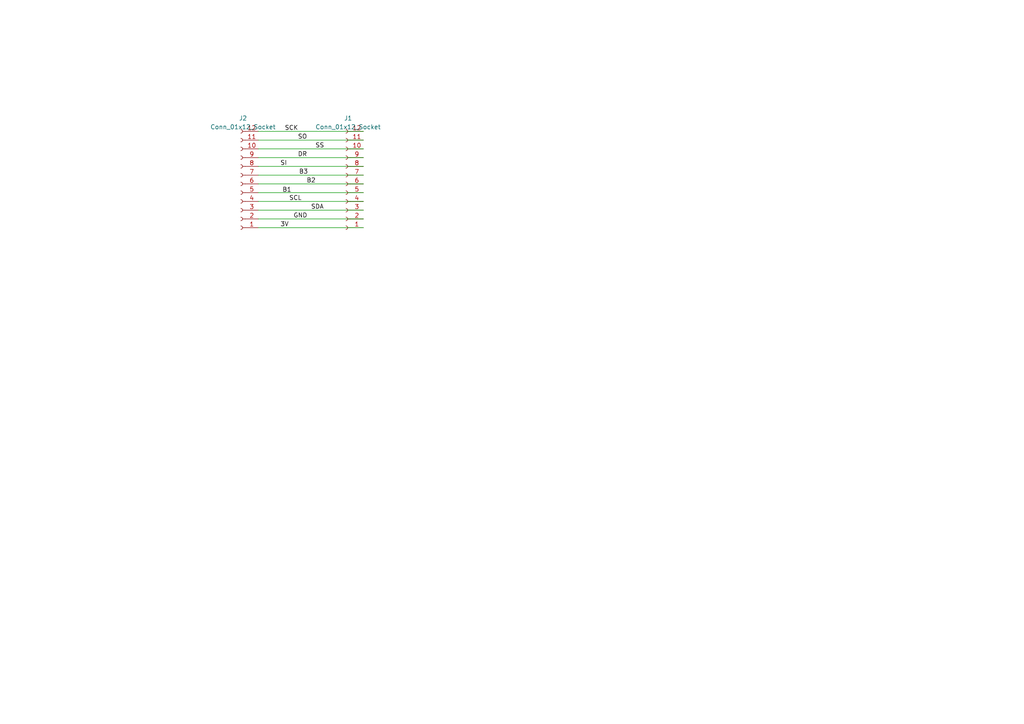
<source format=kicad_sch>
(kicad_sch (version 20230121) (generator eeschema)
  (paper "A4")
  (lib_symbols
    (symbol "Connector:Conn_01x12_Socket" (pin_names (offset 1.016) hide)
      (property "Reference" "J" (at 0 15.24 0))
      (property "Value" "Conn_01x12_Socket" (at 0 -17.78 0))
      (symbol "Conn_01x12_Socket_1_1"
        (arc (start 0 -14.732) (mid -0.5058 -15.24) (end 0 -15.748) (stroke (width 0.1524)))
        (arc (start 0 -12.192) (mid -0.5058 -12.7) (end 0 -13.208) (stroke (width 0.1524)))
        (arc (start 0 -9.652) (mid -0.5058 -10.16) (end 0 -10.668) (stroke (width 0.1524)))
        (arc (start 0 -7.112) (mid -0.5058 -7.62) (end 0 -8.128) (stroke (width 0.1524)))
        (arc (start 0 -4.572) (mid -0.5058 -5.08) (end 0 -5.588) (stroke (width 0.1524)))
        (arc (start 0 -2.032) (mid -0.5058 -2.54) (end 0 -3.048) (stroke (width 0.1524)))
        (polyline (pts (xy -1.27 -15.24) (xy -0.508 -15.24)) (stroke (width 0.1524)))
        (polyline (pts (xy -1.27 -12.7) (xy -0.508 -12.7)) (stroke (width 0.1524)))
        (polyline (pts (xy -1.27 -10.16) (xy -0.508 -10.16)) (stroke (width 0.1524)))
        (polyline (pts (xy -1.27 -7.62) (xy -0.508 -7.62)) (stroke (width 0.1524)))
        (polyline (pts (xy -1.27 -5.08) (xy -0.508 -5.08)) (stroke (width 0.1524)))
        (polyline (pts (xy -1.27 -2.54) (xy -0.508 -2.54)) (stroke (width 0.1524)))
        (polyline (pts (xy -1.27 0) (xy -0.508 0)) (stroke (width 0.1524)))
        (polyline (pts (xy -1.27 2.54) (xy -0.508 2.54)) (stroke (width 0.1524)))
        (polyline (pts (xy -1.27 5.08) (xy -0.508 5.08)) (stroke (width 0.1524)))
        (polyline (pts (xy -1.27 7.62) (xy -0.508 7.62)) (stroke (width 0.1524)))
        (polyline (pts (xy -1.27 10.16) (xy -0.508 10.16)) (stroke (width 0.1524)))
        (polyline (pts (xy -1.27 12.7) (xy -0.508 12.7)) (stroke (width 0.1524)))
        (arc (start 0 0.508) (mid -0.5058 0) (end 0 -0.508) (stroke (width 0.1524)))
        (arc (start 0 3.048) (mid -0.5058 2.54) (end 0 2.032) (stroke (width 0.1524)))
        (arc (start 0 5.588) (mid -0.5058 5.08) (end 0 4.572) (stroke (width 0.1524)))
        (arc (start 0 8.128) (mid -0.5058 7.62) (end 0 7.112) (stroke (width 0.1524)))
        (arc (start 0 10.668) (mid -0.5058 10.16) (end 0 9.652) (stroke (width 0.1524)))
        (arc (start 0 13.208) (mid -0.5058 12.7) (end 0 12.192) (stroke (width 0.1524)))
        (pin passive line (at -5.08 12.7 0) (length 3.81) (name "Pin_1") (number "1"))
        (pin passive line (at -5.08 -10.16 0) (length 3.81) (name "Pin_10") (number "10"))
        (pin passive line (at -5.08 -12.7 0) (length 3.81) (name "Pin_11") (number "11"))
        (pin passive line (at -5.08 -15.24 0) (length 3.81) (name "Pin_12") (number "12"))
        (pin passive line (at -5.08 10.16 0) (length 3.81) (name "Pin_2") (number "2"))
        (pin passive line (at -5.08 7.62 0) (length 3.81) (name "Pin_3") (number "3"))
        (pin passive line (at -5.08 5.08 0) (length 3.81) (name "Pin_4") (number "4"))
        (pin passive line (at -5.08 2.54 0) (length 3.81) (name "Pin_5") (number "5"))
        (pin passive line (at -5.08 0 0) (length 3.81) (name "Pin_6") (number "6"))
        (pin passive line (at -5.08 -2.54 0) (length 3.81) (name "Pin_7") (number "7"))
        (pin passive line (at -5.08 -5.08 0) (length 3.81) (name "Pin_8") (number "8"))
        (pin passive line (at -5.08 -7.62 0) (length 3.81) (name "Pin_9") (number "9"))
      )
    )
  )
  (wire (pts (xy 74.93 45.72) (xy 105.41 45.72)))
  (wire (pts (xy 74.93 63.5) (xy 105.41 63.5)))
  (wire (pts (xy 74.93 48.26) (xy 105.41 48.26)))
  (wire (pts (xy 74.93 40.64) (xy 105.41 40.64)))
  (wire (pts (xy 74.93 50.8) (xy 105.41 50.8)))
  (wire (pts (xy 74.93 53.34) (xy 105.41 53.34)))
  (wire (pts (xy 74.93 55.88) (xy 105.41 55.88)))
  (wire (pts (xy 74.93 38.1) (xy 105.41 38.1)))
  (wire (pts (xy 74.93 60.96) (xy 105.41 60.96)))
  (wire (pts (xy 74.93 58.42) (xy 105.41 58.42)))
  (wire (pts (xy 74.93 43.18) (xy 105.41 43.18)))
  (wire (pts (xy 74.93 66.04) (xy 105.41 66.04)))
  (label "SS" (at 91.44 43.18 0))
  (label "DR" (at 86.36 45.72 0))
  (label "SDA" (at 90.17 60.96 0))
  (label "SO" (at 86.36 40.64 0))
  (label "B3" (at 86.6836 50.79 0))
  (label "B2" (at 88.9 53.34 0))
  (label "B1" (at 81.8773 56.047 0))
  (label "GND" (at 85.09 63.5 0))
  (label "SCL" (at 83.82 58.42 0))
  (label "3V" (at 81.28 66.04 0))
  (label "SCK" (at 82.55 38.1 0))
  (label "SI" (at 81.28 48.26 0))
  (symbol (lib_id "Connector:Conn_01x12_Socket") (at 69.85 53.34 180) (unit 1)
    (property "Reference" "J2" (at 70.485 34.29 0))
    (property "Value" "Conn_01x12_Socket" (at 70.485 36.83 0))
    (property "Footprint" "Connector_PinHeader_2.54mm:PinHeader_1x12_P2.54mm_Vertical" (effects hide))
  )
  (symbol (lib_id "Connector:Conn_01x12_Socket") (at 100.33 53.34 180) (unit 1)
    (property "Reference" "J1" (at 100.965 34.29 0))
    (property "Value" "Conn_01x12_Socket" (at 100.965 36.83 0))
    (property "Footprint" "yLibrary:CirqueConnector" (effects hide))
  )
)
</source>
